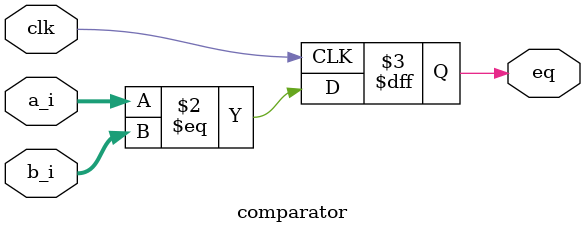
<source format=v>
module comparator(
    input clk,
    input [15:0] a_i,
    input [15:0] b_i,
    output reg eq
);

always @(posedge clk)

eq <= (a_i == b_i);

endmodule
</source>
